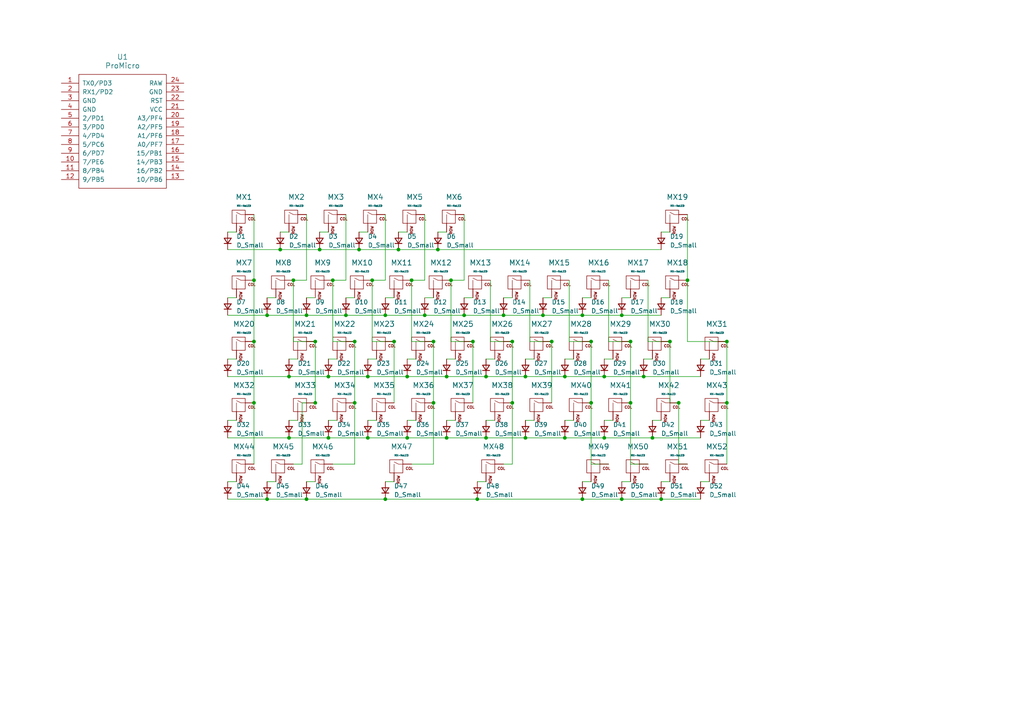
<source format=kicad_sch>
(kicad_sch (version 20231120) (generator "eeschema") (generator_version "8.0")
  (paper "A4")
  (lib_symbols
    (symbol "Device:D_Small" (pin_numbers hide) (pin_names (offset 0.254) hide)
      (property "Reference" "D" (at -1.27 2.032 0))
      (property "Value" "D_Small" (at -3.81 -2.032 0))
      (symbol "D_Small_0_1"
        (polyline (pts (xy -0.762 -1.016) (xy -0.762 1.016)) (stroke (width 0.254)))
        (polyline (pts (xy -0.762 0) (xy 0.762 0)))
        (polyline (pts (xy 0.762 -1.016) (xy -0.762 0) (xy 0.762 1.016) (xy 0.762 -1.016)) (stroke (width 0.254)))
      )
      (symbol "D_Small_1_1"
        (pin passive line (at -2.54 0 0) (length 1.778) (name "K") (number "1"))
        (pin passive line (at 2.54 0 180) (length 1.778) (name "A") (number "2"))
      )
    )
    (symbol "MX_Alps_Hybrid:MX-NoLED" (pin_names (offset 1.016))
      (property "Reference" "MX" (at -0.635 3.81 0))
      (property "Value" "MX-NoLED" (at -0.635 1.27 0))
      (symbol "MX-NoLED_0_0"
        (rectangle (start -2.54 2.54) (end 1.27 -1.27))
        (polyline (pts (xy -1.27 -1.27) (xy -1.27 1.27)) (stroke (width 0.127)))
        (polyline (pts (xy 1.27 1.27) (xy 0 1.27) (xy -1.27 1.905)) (stroke (width 0.127)))
        (text "COL" (at 3.175 0 0) (effects (font (size 0.762 0.762))))
        (text "ROW" (at 0 -1.905 900) (effects (font (size 0.762 0.762)) (justify right)))
      )
      (symbol "MX-NoLED_1_1"
        (pin passive line (at 3.81 1.27 180) (length 2.54) (name "COL") (number "1"))
        (pin passive line (at -1.27 -3.81 90) (length 2.54) (name "ROW") (number "2"))
      )
    )
    (symbol "keebio:ProMicro" (pin_names (offset 1.016))
      (property "Reference" "U" (at 0 0 0))
      (property "Value" "ProMicro" (at 0 -19.05 0))
      (symbol "ProMicro_0_1"
        (rectangle (start -12.7 -16.51) (end 12.7 16.51))
      )
      (symbol "ProMicro_1_1"
        (pin input line (at -17.78 13.97 0) (length 5.08) (name "TX0/PD3") (number "1"))
        (pin input line (at -17.78 -8.89 0) (length 5.08) (name "7/PE6") (number "10"))
        (pin input line (at -17.78 -11.43 0) (length 5.08) (name "8/PB4") (number "11"))
        (pin input line (at -17.78 -13.97 0) (length 5.08) (name "9/PB5") (number "12"))
        (pin input line (at 17.78 -13.97 180) (length 5.08) (name "10/PB6") (number "13"))
        (pin input line (at 17.78 -11.43 180) (length 5.08) (name "16/PB2") (number "14"))
        (pin input line (at 17.78 -8.89 180) (length 5.08) (name "14/PB3") (number "15"))
        (pin input line (at 17.78 -6.35 180) (length 5.08) (name "15/PB1") (number "16"))
        (pin input line (at 17.78 -3.81 180) (length 5.08) (name "A0/PF7") (number "17"))
        (pin input line (at 17.78 -1.27 180) (length 5.08) (name "A1/PF6") (number "18"))
        (pin input line (at 17.78 1.27 180) (length 5.08) (name "A2/PF5") (number "19"))
        (pin input line (at -17.78 11.43 0) (length 5.08) (name "RX1/PD2") (number "2"))
        (pin input line (at 17.78 3.81 180) (length 5.08) (name "A3/PF4") (number "20"))
        (pin input line (at 17.78 6.35 180) (length 5.08) (name "VCC") (number "21"))
        (pin input line (at 17.78 8.89 180) (length 5.08) (name "RST") (number "22"))
        (pin input line (at 17.78 11.43 180) (length 5.08) (name "GND") (number "23"))
        (pin input line (at 17.78 13.97 180) (length 5.08) (name "RAW") (number "24"))
        (pin input line (at -17.78 8.89 0) (length 5.08) (name "GND") (number "3"))
        (pin input line (at -17.78 6.35 0) (length 5.08) (name "GND") (number "4"))
        (pin input line (at -17.78 3.81 0) (length 5.08) (name "2/PD1") (number "5"))
        (pin input line (at -17.78 1.27 0) (length 5.08) (name "3/PD0") (number "6"))
        (pin input line (at -17.78 -1.27 0) (length 5.08) (name "4/PD4") (number "7"))
        (pin input line (at -17.78 -3.81 0) (length 5.08) (name "5/PC6") (number "8"))
        (pin input line (at -17.78 -6.35 0) (length 5.08) (name "6/PD7") (number "9"))
      )
    )
  )
  (junction (at 152.4 109.22))
  (junction (at 182.88 99.06))
  (junction (at 88.9 91.44))
  (junction (at 83.82 109.22))
  (junction (at 106.68 109.22))
  (junction (at 107.95 81.28))
  (junction (at 73.66 99.06))
  (junction (at 130.81 81.28))
  (junction (at 102.87 99.06))
  (junction (at 106.68 127))
  (junction (at 160.02 99.06))
  (junction (at 199.39 81.28))
  (junction (at 118.11 109.22))
  (junction (at 171.45 99.06))
  (junction (at 119.38 81.28))
  (junction (at 88.9 144.78))
  (junction (at 73.66 116.84))
  (junction (at 137.16 99.06))
  (junction (at 123.19 91.44))
  (junction (at 111.76 91.44))
  (junction (at 125.73 116.84))
  (junction (at 163.83 127))
  (junction (at 194.31 99.06))
  (junction (at 96.52 81.28))
  (junction (at 180.34 91.44))
  (junction (at 182.88 116.84))
  (junction (at 77.47 91.44))
  (junction (at 146.05 91.44))
  (junction (at 129.54 127))
  (junction (at 115.57 72.39))
  (junction (at 163.83 109.22))
  (junction (at 171.45 116.84))
  (junction (at 77.47 144.78))
  (junction (at 95.25 127))
  (junction (at 138.43 144.78))
  (junction (at 168.91 144.78))
  (junction (at 127 72.39))
  (junction (at 175.26 127))
  (junction (at 102.87 116.84))
  (junction (at 175.26 109.22))
  (junction (at 73.66 81.28))
  (junction (at 134.62 91.44))
  (junction (at 83.82 127))
  (junction (at 92.71 72.39))
  (junction (at 152.4 127))
  (junction (at 81.28 72.39))
  (junction (at 125.73 99.06))
  (junction (at 100.33 91.44))
  (junction (at 148.59 99.06))
  (junction (at 140.97 127))
  (junction (at 91.44 116.84))
  (junction (at 210.82 99.06))
  (junction (at 168.91 91.44))
  (junction (at 210.82 116.84))
  (junction (at 85.09 81.28))
  (junction (at 118.11 127))
  (junction (at 104.14 72.39))
  (junction (at 180.34 144.78))
  (junction (at 95.25 109.22))
  (junction (at 191.77 144.78))
  (junction (at 140.97 109.22))
  (junction (at 157.48 91.44))
  (junction (at 196.85 116.84))
  (junction (at 114.3 99.06))
  (junction (at 111.76 144.78))
  (junction (at 189.23 127))
  (junction (at 186.69 109.22))
  (junction (at 148.59 116.84))
  (junction (at 91.44 99.06))
  (junction (at 129.54 109.22))
  (wire (pts (xy 123.19 62.23) (xy 123.19 81.28)))
  (wire (pts (xy 196.85 116.84) (xy 196.85 134.62)))
  (wire (pts (xy 77.47 91.44) (xy 88.9 91.44)))
  (wire (pts (xy 102.87 99.06) (xy 102.87 116.84)))
  (wire (pts (xy 81.28 67.31) (xy 83.82 67.31)))
  (wire (pts (xy 77.47 86.36) (xy 80.01 86.36)))
  (wire (pts (xy 153.67 99.06) (xy 160.02 99.06)))
  (wire (pts (xy 100.33 86.36) (xy 102.87 86.36)))
  (wire (pts (xy 191.77 144.78) (xy 203.2 144.78)))
  (wire (pts (xy 106.68 104.14) (xy 109.22 104.14)))
  (wire (pts (xy 148.59 134.62) (xy 146.05 134.62)))
  (wire (pts (xy 114.3 99.06) (xy 114.3 116.84)))
  (wire (pts (xy 196.85 134.62) (xy 199.39 134.62)))
  (wire (pts (xy 66.04 104.14) (xy 68.58 104.14)))
  (wire (pts (xy 92.71 72.39) (xy 104.14 72.39)))
  (wire (pts (xy 152.4 109.22) (xy 163.83 109.22)))
  (wire (pts (xy 171.45 134.62) (xy 176.53 134.62)))
  (wire (pts (xy 186.69 109.22) (xy 203.2 109.22)))
  (wire (pts (xy 210.82 99.06) (xy 199.39 99.06)))
  (wire (pts (xy 153.67 81.28) (xy 153.67 99.06)))
  (wire (pts (xy 106.68 127) (xy 118.11 127)))
  (wire (pts (xy 175.26 104.14) (xy 177.8 104.14)))
  (wire (pts (xy 148.59 99.06) (xy 148.59 116.84)))
  (wire (pts (xy 171.45 99.06) (xy 171.45 116.84)))
  (wire (pts (xy 163.83 127) (xy 175.26 127)))
  (wire (pts (xy 87.63 116.84) (xy 91.44 116.84)))
  (wire (pts (xy 130.81 81.28) (xy 130.81 99.06)))
  (wire (pts (xy 115.57 67.31) (xy 118.11 67.31)))
  (wire (pts (xy 88.9 139.7) (xy 91.44 139.7)))
  (wire (pts (xy 88.9 144.78) (xy 111.76 144.78)))
  (wire (pts (xy 111.76 81.28) (xy 107.95 81.28)))
  (wire (pts (xy 100.33 91.44) (xy 111.76 91.44)))
  (wire (pts (xy 130.81 99.06) (xy 137.16 99.06)))
  (wire (pts (xy 66.04 121.92) (xy 68.58 121.92)))
  (wire (pts (xy 176.53 99.06) (xy 182.88 99.06)))
  (wire (pts (xy 134.62 86.36) (xy 137.16 86.36)))
  (wire (pts (xy 152.4 104.14) (xy 154.94 104.14)))
  (wire (pts (xy 129.54 104.14) (xy 132.08 104.14)))
  (wire (pts (xy 88.9 81.28) (xy 85.09 81.28)))
  (wire (pts (xy 203.2 139.7) (xy 205.74 139.7)))
  (wire (pts (xy 187.96 99.06) (xy 194.31 99.06)))
  (wire (pts (xy 127 67.31) (xy 129.54 67.31)))
  (wire (pts (xy 138.43 144.78) (xy 168.91 144.78)))
  (wire (pts (xy 96.52 81.28) (xy 96.52 99.06)))
  (wire (pts (xy 115.57 72.39) (xy 127 72.39)))
  (wire (pts (xy 134.62 81.28) (xy 130.81 81.28)))
  (wire (pts (xy 142.24 99.06) (xy 148.59 99.06)))
  (wire (pts (xy 142.24 81.28) (xy 142.24 99.06)))
  (wire (pts (xy 140.97 121.92) (xy 143.51 121.92)))
  (wire (pts (xy 191.77 139.7) (xy 194.31 139.7)))
  (wire (pts (xy 182.88 99.06) (xy 182.88 116.84)))
  (wire (pts (xy 171.45 116.84) (xy 171.45 134.62)))
  (wire (pts (xy 66.04 139.7) (xy 68.58 139.7)))
  (wire (pts (xy 104.14 67.31) (xy 106.68 67.31)))
  (wire (pts (xy 106.68 121.92) (xy 109.22 121.92)))
  (wire (pts (xy 180.34 91.44) (xy 191.77 91.44)))
  (wire (pts (xy 186.69 104.14) (xy 189.23 104.14)))
  (wire (pts (xy 152.4 121.92) (xy 154.94 121.92)))
  (wire (pts (xy 125.73 99.06) (xy 125.73 116.84)))
  (wire (pts (xy 123.19 81.28) (xy 119.38 81.28)))
  (wire (pts (xy 73.66 62.23) (xy 73.66 81.28)))
  (wire (pts (xy 165.1 99.06) (xy 171.45 99.06)))
  (wire (pts (xy 66.04 109.22) (xy 83.82 109.22)))
  (wire (pts (xy 180.34 144.78) (xy 191.77 144.78)))
  (wire (pts (xy 160.02 99.06) (xy 160.02 116.84)))
  (wire (pts (xy 66.04 67.31) (xy 68.58 67.31)))
  (wire (pts (xy 95.25 109.22) (xy 106.68 109.22)))
  (wire (pts (xy 118.11 109.22) (xy 129.54 109.22)))
  (wire (pts (xy 157.48 91.44) (xy 168.91 91.44)))
  (wire (pts (xy 95.25 104.14) (xy 97.79 104.14)))
  (wire (pts (xy 66.04 72.39) (xy 81.28 72.39)))
  (wire (pts (xy 111.76 144.78) (xy 138.43 144.78)))
  (wire (pts (xy 111.76 62.23) (xy 111.76 81.28)))
  (wire (pts (xy 203.2 104.14) (xy 205.74 104.14)))
  (wire (pts (xy 180.34 86.36) (xy 182.88 86.36)))
  (wire (pts (xy 176.53 81.28) (xy 176.53 99.06)))
  (wire (pts (xy 148.59 116.84) (xy 148.59 134.62)))
  (wire (pts (xy 91.44 99.06) (xy 91.44 116.84)))
  (wire (pts (xy 83.82 121.92) (xy 86.36 121.92)))
  (wire (pts (xy 88.9 62.23) (xy 88.9 81.28)))
  (wire (pts (xy 157.48 86.36) (xy 160.02 86.36)))
  (wire (pts (xy 87.63 134.62) (xy 85.09 134.62)))
  (wire (pts (xy 191.77 86.36) (xy 194.31 86.36)))
  (wire (pts (xy 129.54 109.22) (xy 140.97 109.22)))
  (wire (pts (xy 210.82 99.06) (xy 210.82 116.84)))
  (wire (pts (xy 189.23 121.92) (xy 191.77 121.92)))
  (wire (pts (xy 96.52 99.06) (xy 102.87 99.06)))
  (wire (pts (xy 83.82 127) (xy 95.25 127)))
  (wire (pts (xy 146.05 86.36) (xy 148.59 86.36)))
  (wire (pts (xy 85.09 99.06) (xy 91.44 99.06)))
  (wire (pts (xy 138.43 139.7) (xy 140.97 139.7)))
  (wire (pts (xy 88.9 91.44) (xy 100.33 91.44)))
  (wire (pts (xy 127 72.39) (xy 191.77 72.39)))
  (wire (pts (xy 194.31 116.84) (xy 196.85 116.84)))
  (wire (pts (xy 104.14 72.39) (xy 115.57 72.39)))
  (wire (pts (xy 66.04 127) (xy 83.82 127)))
  (wire (pts (xy 106.68 109.22) (xy 118.11 109.22)))
  (wire (pts (xy 95.25 127) (xy 106.68 127)))
  (wire (pts (xy 95.25 121.92) (xy 97.79 121.92)))
  (wire (pts (xy 111.76 139.7) (xy 114.3 139.7)))
  (wire (pts (xy 87.63 116.84) (xy 87.63 134.62)))
  (wire (pts (xy 168.91 91.44) (xy 180.34 91.44)))
  (wire (pts (xy 81.28 72.39) (xy 92.71 72.39)))
  (wire (pts (xy 88.9 86.36) (xy 91.44 86.36)))
  (wire (pts (xy 134.62 91.44) (xy 146.05 91.44)))
  (wire (pts (xy 182.88 134.62) (xy 187.96 134.62)))
  (wire (pts (xy 182.88 116.84) (xy 182.88 134.62)))
  (wire (pts (xy 83.82 109.22) (xy 95.25 109.22)))
  (wire (pts (xy 175.26 127) (xy 189.23 127)))
  (wire (pts (xy 92.71 67.31) (xy 95.25 67.31)))
  (wire (pts (xy 66.04 144.78) (xy 77.47 144.78)))
  (wire (pts (xy 168.91 139.7) (xy 171.45 139.7)))
  (wire (pts (xy 168.91 144.78) (xy 180.34 144.78)))
  (wire (pts (xy 119.38 81.28) (xy 119.38 99.06)))
  (wire (pts (xy 163.83 109.22) (xy 175.26 109.22)))
  (wire (pts (xy 140.97 109.22) (xy 152.4 109.22)))
  (wire (pts (xy 180.34 139.7) (xy 182.88 139.7)))
  (wire (pts (xy 66.04 91.44) (xy 77.47 91.44)))
  (wire (pts (xy 73.66 116.84) (xy 73.66 134.62)))
  (wire (pts (xy 119.38 99.06) (xy 125.73 99.06)))
  (wire (pts (xy 125.73 116.84) (xy 125.73 134.62)))
  (wire (pts (xy 100.33 81.28) (xy 96.52 81.28)))
  (wire (pts (xy 189.23 127) (xy 203.2 127)))
  (wire (pts (xy 102.87 116.84) (xy 102.87 134.62)))
  (wire (pts (xy 111.76 91.44) (xy 123.19 91.44)))
  (wire (pts (xy 199.39 99.06) (xy 199.39 81.28)))
  (wire (pts (xy 199.39 62.23) (xy 199.39 81.28)))
  (wire (pts (xy 140.97 104.14) (xy 143.51 104.14)))
  (wire (pts (xy 107.95 99.06) (xy 114.3 99.06)))
  (wire (pts (xy 163.83 121.92) (xy 166.37 121.92)))
  (wire (pts (xy 118.11 127) (xy 129.54 127)))
  (wire (pts (xy 125.73 134.62) (xy 119.38 134.62)))
  (wire (pts (xy 102.87 134.62) (xy 96.52 134.62)))
  (wire (pts (xy 210.82 116.84) (xy 210.82 134.62)))
  (wire (pts (xy 123.19 91.44) (xy 134.62 91.44)))
  (wire (pts (xy 163.83 104.14) (xy 166.37 104.14)))
  (wire (pts (xy 123.19 86.36) (xy 125.73 86.36)))
  (wire (pts (xy 129.54 121.92) (xy 132.08 121.92)))
  (wire (pts (xy 168.91 86.36) (xy 171.45 86.36)))
  (wire (pts (xy 165.1 81.28) (xy 165.1 99.06)))
  (wire (pts (xy 83.82 104.14) (xy 86.36 104.14)))
  (wire (pts (xy 146.05 91.44) (xy 157.48 91.44)))
  (wire (pts (xy 134.62 62.23) (xy 134.62 81.28)))
  (wire (pts (xy 140.97 127) (xy 152.4 127)))
  (wire (pts (xy 175.26 109.22) (xy 186.69 109.22)))
  (wire (pts (xy 111.76 86.36) (xy 114.3 86.36)))
  (wire (pts (xy 66.04 86.36) (xy 68.58 86.36)))
  (wire (pts (xy 85.09 81.28) (xy 85.09 99.06)))
  (wire (pts (xy 77.47 139.7) (xy 80.01 139.7)))
  (wire (pts (xy 73.66 99.06) (xy 73.66 116.84)))
  (wire (pts (xy 118.11 121.92) (xy 120.65 121.92)))
  (wire (pts (xy 203.2 121.92) (xy 205.74 121.92)))
  (wire (pts (xy 194.31 99.06) (xy 194.31 116.84)))
  (wire (pts (xy 175.26 121.92) (xy 177.8 121.92)))
  (wire (pts (xy 73.66 81.28) (xy 73.66 99.06)))
  (wire (pts (xy 187.96 81.28) (xy 187.96 99.06)))
  (wire (pts (xy 77.47 144.78) (xy 88.9 144.78)))
  (wire (pts (xy 191.77 67.31) (xy 194.31 67.31)))
  (wire (pts (xy 152.4 127) (xy 163.83 127)))
  (wire (pts (xy 107.95 81.28) (xy 107.95 99.06)))
  (wire (pts (xy 100.33 62.23) (xy 100.33 81.28)))
  (wire (pts (xy 137.16 99.06) (xy 137.16 116.84)))
  (wire (pts (xy 129.54 127) (xy 140.97 127)))
  (wire (pts (xy 118.11 104.14) (xy 120.65 104.14)))
  (symbol (lib_id "MX_Alps_Hybrid:MX-NoLED") (at 69.85 118.11 0) (unit 1)
    (property "Reference" "MX32" (at 70.7452 111.76 0) (effects (font (size 1.524 1.524))))
    (property "Value" "MX-NoLED" (at 70.7452 114.3 0) (effects (font (size 0.508 0.508))))
  )
  (symbol (lib_id "MX_Alps_Hybrid:MX-NoLED") (at 104.14 82.55 0) (unit 1)
    (property "Reference" "MX10" (at 105.0352 76.2 0) (effects (font (size 1.524 1.524))))
    (property "Value" "MX-NoLED" (at 105.0352 78.74 0) (effects (font (size 0.508 0.508))))
  )
  (symbol (lib_id "Device:D_Small") (at 175.26 124.46 90) (unit 1)
    (property "Reference" "D41" (at 177.8 123.1899 90) (effects (justify right)))
    (property "Value" "D_Small" (at 177.8 125.7299 90) (effects (justify right)))
    (property "Description" "Diode, small symbol" (effects (hide yes)))
    (property "Sim.Device" "D" (effects (hide yes)))
    (property "Sim.Pins" "1=K 2=A" (effects (hide yes)))
  )
  (symbol (lib_id "Device:D_Small") (at 191.77 69.85 90) (unit 1)
    (property "Reference" "D19" (at 194.31 68.5799 90) (effects (justify right)))
    (property "Value" "D_Small" (at 194.31 71.1199 90) (effects (justify right)))
    (property "Description" "Diode, small symbol" (effects (hide yes)))
    (property "Sim.Device" "D" (effects (hide yes)))
    (property "Sim.Pins" "1=K 2=A" (effects (hide yes)))
  )
  (symbol (lib_id "MX_Alps_Hybrid:MX-NoLED") (at 115.57 82.55 0) (unit 1)
    (property "Reference" "MX11" (at 116.4652 76.2 0) (effects (font (size 1.524 1.524))))
    (property "Value" "MX-NoLED" (at 116.4652 78.74 0) (effects (font (size 0.508 0.508))))
  )
  (symbol (lib_id "Device:D_Small") (at 104.14 69.85 90) (unit 1)
    (property "Reference" "D4" (at 106.68 68.5799 90) (effects (justify right)))
    (property "Value" "D_Small" (at 106.68 71.1199 90) (effects (justify right)))
    (property "Description" "Diode, small symbol" (effects (hide yes)))
    (property "Sim.Device" "D" (effects (hide yes)))
    (property "Sim.Pins" "1=K 2=A" (effects (hide yes)))
  )
  (symbol (lib_id "MX_Alps_Hybrid:MX-NoLED") (at 149.86 82.55 0) (unit 1)
    (property "Reference" "MX14" (at 150.7552 76.2 0) (effects (font (size 1.524 1.524))))
    (property "Value" "MX-NoLED" (at 150.7552 78.74 0) (effects (font (size 0.508 0.508))))
  )
  (symbol (lib_id "Device:D_Small") (at 88.9 142.24 90) (unit 1)
    (property "Reference" "D46" (at 91.44 140.9699 90) (effects (justify right)))
    (property "Value" "D_Small" (at 91.44 143.5099 90) (effects (justify right)))
    (property "Description" "Diode, small symbol" (effects (hide yes)))
    (property "Sim.Device" "D" (effects (hide yes)))
    (property "Sim.Pins" "1=K 2=A" (effects (hide yes)))
  )
  (symbol (lib_id "MX_Alps_Hybrid:MX-NoLED") (at 179.07 100.33 0) (unit 1)
    (property "Reference" "MX29" (at 179.9652 93.98 0) (effects (font (size 1.524 1.524))))
    (property "Value" "MX-NoLED" (at 179.9652 96.52 0) (effects (font (size 0.508 0.508))))
  )
  (symbol (lib_id "Device:D_Small") (at 88.9 88.9 90) (unit 1)
    (property "Reference" "D9" (at 91.44 87.6299 90) (effects (justify right)))
    (property "Value" "D_Small" (at 91.44 90.1699 90) (effects (justify right)))
    (property "Description" "Diode, small symbol" (effects (hide yes)))
    (property "Sim.Device" "D" (effects (hide yes)))
    (property "Sim.Pins" "1=K 2=A" (effects (hide yes)))
  )
  (symbol (lib_id "Device:D_Small") (at 66.04 142.24 90) (unit 1)
    (property "Reference" "D44" (at 68.58 140.9699 90) (effects (justify right)))
    (property "Value" "D_Small" (at 68.58 143.5099 90) (effects (justify right)))
    (property "Description" "Diode, small symbol" (effects (hide yes)))
    (property "Sim.Device" "D" (effects (hide yes)))
    (property "Sim.Pins" "1=K 2=A" (effects (hide yes)))
  )
  (symbol (lib_id "MX_Alps_Hybrid:MX-NoLED") (at 69.85 63.5 0) (unit 1)
    (property "Reference" "MX1" (at 70.7452 57.15 0) (effects (font (size 1.524 1.524))))
    (property "Value" "MX-NoLED" (at 70.7452 59.69 0) (effects (font (size 0.508 0.508))))
  )
  (symbol (lib_id "MX_Alps_Hybrid:MX-NoLED") (at 121.92 100.33 0) (unit 1)
    (property "Reference" "MX24" (at 122.8152 93.98 0) (effects (font (size 1.524 1.524))))
    (property "Value" "MX-NoLED" (at 122.8152 96.52 0) (effects (font (size 0.508 0.508))))
  )
  (symbol (lib_id "Device:D_Small") (at 163.83 106.68 90) (unit 1)
    (property "Reference" "D28" (at 166.37 105.4099 90) (effects (justify right)))
    (property "Value" "D_Small" (at 166.37 107.9499 90) (effects (justify right)))
    (property "Description" "Diode, small symbol" (effects (hide yes)))
    (property "Sim.Device" "D" (effects (hide yes)))
    (property "Sim.Pins" "1=K 2=A" (effects (hide yes)))
  )
  (symbol (lib_id "MX_Alps_Hybrid:MX-NoLED") (at 107.95 63.5 0) (unit 1)
    (property "Reference" "MX4" (at 108.8452 57.15 0) (effects (font (size 1.524 1.524))))
    (property "Value" "MX-NoLED" (at 108.8452 59.69 0) (effects (font (size 0.508 0.508))))
  )
  (symbol (lib_id "MX_Alps_Hybrid:MX-NoLED") (at 133.35 100.33 0) (unit 1)
    (property "Reference" "MX25" (at 134.2452 93.98 0) (effects (font (size 1.524 1.524))))
    (property "Value" "MX-NoLED" (at 134.2452 96.52 0) (effects (font (size 0.508 0.508))))
  )
  (symbol (lib_id "MX_Alps_Hybrid:MX-NoLED") (at 99.06 118.11 0) (unit 1)
    (property "Reference" "MX34" (at 99.9552 111.76 0) (effects (font (size 1.524 1.524))))
    (property "Value" "MX-NoLED" (at 99.9552 114.3 0) (effects (font (size 0.508 0.508))))
  )
  (symbol (lib_id "Device:D_Small") (at 129.54 124.46 90) (unit 1)
    (property "Reference" "D37" (at 132.08 123.1899 90) (effects (justify right)))
    (property "Value" "D_Small" (at 132.08 125.7299 90) (effects (justify right)))
    (property "Description" "Diode, small symbol" (effects (hide yes)))
    (property "Sim.Device" "D" (effects (hide yes)))
    (property "Sim.Pins" "1=K 2=A" (effects (hide yes)))
  )
  (symbol (lib_id "MX_Alps_Hybrid:MX-NoLED") (at 179.07 118.11 0) (unit 1)
    (property "Reference" "MX41" (at 179.9652 111.76 0) (effects (font (size 1.524 1.524))))
    (property "Value" "MX-NoLED" (at 179.9652 114.3 0) (effects (font (size 0.508 0.508))))
  )
  (symbol (lib_id "MX_Alps_Hybrid:MX-NoLED") (at 87.63 100.33 0) (unit 1)
    (property "Reference" "MX21" (at 88.5252 93.98 0) (effects (font (size 1.524 1.524))))
    (property "Value" "MX-NoLED" (at 88.5252 96.52 0) (effects (font (size 0.508 0.508))))
  )
  (symbol (lib_id "MX_Alps_Hybrid:MX-NoLED") (at 207.01 135.89 0) (unit 1)
    (property "Reference" "MX52" (at 207.9052 129.54 0) (effects (font (size 1.524 1.524))))
    (property "Value" "MX-NoLED" (at 207.9052 132.08 0) (effects (font (size 0.508 0.508))))
  )
  (symbol (lib_id "Device:D_Small") (at 163.83 124.46 90) (unit 1)
    (property "Reference" "D40" (at 166.37 123.1899 90) (effects (justify right)))
    (property "Value" "D_Small" (at 166.37 125.7299 90) (effects (justify right)))
    (property "Description" "Diode, small symbol" (effects (hide yes)))
    (property "Sim.Device" "D" (effects (hide yes)))
    (property "Sim.Pins" "1=K 2=A" (effects (hide yes)))
  )
  (symbol (lib_id "MX_Alps_Hybrid:MX-NoLED") (at 69.85 82.55 0) (unit 1)
    (property "Reference" "MX7" (at 70.7452 76.2 0) (effects (font (size 1.524 1.524))))
    (property "Value" "MX-NoLED" (at 70.7452 78.74 0) (effects (font (size 0.508 0.508))))
  )
  (symbol (lib_id "MX_Alps_Hybrid:MX-NoLED") (at 99.06 100.33 0) (unit 1)
    (property "Reference" "MX22" (at 99.9552 93.98 0) (effects (font (size 1.524 1.524))))
    (property "Value" "MX-NoLED" (at 99.9552 96.52 0) (effects (font (size 0.508 0.508))))
  )
  (symbol (lib_id "Device:D_Small") (at 186.69 106.68 90) (unit 1)
    (property "Reference" "D30" (at 189.23 105.4099 90) (effects (justify right)))
    (property "Value" "D_Small" (at 189.23 107.9499 90) (effects (justify right)))
    (property "Description" "Diode, small symbol" (effects (hide yes)))
    (property "Sim.Device" "D" (effects (hide yes)))
    (property "Sim.Pins" "1=K 2=A" (effects (hide yes)))
  )
  (symbol (lib_id "Device:D_Small") (at 127 69.85 90) (unit 1)
    (property "Reference" "D6" (at 129.54 68.5799 90) (effects (justify right)))
    (property "Value" "D_Small" (at 129.54 71.1199 90) (effects (justify right)))
    (property "Description" "Diode, small symbol" (effects (hide yes)))
    (property "Sim.Device" "D" (effects (hide yes)))
    (property "Sim.Pins" "1=K 2=A" (effects (hide yes)))
  )
  (symbol (lib_id "Device:D_Small") (at 191.77 88.9 90) (unit 1)
    (property "Reference" "D18" (at 194.31 87.6299 90) (effects (justify right)))
    (property "Value" "D_Small" (at 194.31 90.1699 90) (effects (justify right)))
    (property "Description" "Diode, small symbol" (effects (hide yes)))
    (property "Sim.Device" "D" (effects (hide yes)))
    (property "Sim.Pins" "1=K 2=A" (effects (hide yes)))
  )
  (symbol (lib_id "MX_Alps_Hybrid:MX-NoLED") (at 144.78 100.33 0) (unit 1)
    (property "Reference" "MX26" (at 145.6752 93.98 0) (effects (font (size 1.524 1.524))))
    (property "Value" "MX-NoLED" (at 145.6752 96.52 0) (effects (font (size 0.508 0.508))))
  )
  (symbol (lib_id "MX_Alps_Hybrid:MX-NoLED") (at 156.21 100.33 0) (unit 1)
    (property "Reference" "MX27" (at 157.1052 93.98 0) (effects (font (size 1.524 1.524))))
    (property "Value" "MX-NoLED" (at 157.1052 96.52 0) (effects (font (size 0.508 0.508))))
  )
  (symbol (lib_id "Device:D_Small") (at 66.04 69.85 90) (unit 1)
    (property "Reference" "D1" (at 68.58 68.5799 90) (effects (justify right)))
    (property "Value" "D_Small" (at 68.58 71.1199 90) (effects (justify right)))
    (property "Description" "Diode, small symbol" (effects (hide yes)))
    (property "Sim.Device" "D" (effects (hide yes)))
    (property "Sim.Pins" "1=K 2=A" (effects (hide yes)))
  )
  (symbol (lib_id "Device:D_Small") (at 83.82 106.68 90) (unit 1)
    (property "Reference" "D21" (at 86.36 105.4099 90) (effects (justify right)))
    (property "Value" "D_Small" (at 86.36 107.9499 90) (effects (justify right)))
    (property "Description" "Diode, small symbol" (effects (hide yes)))
    (property "Sim.Device" "D" (effects (hide yes)))
    (property "Sim.Pins" "1=K 2=A" (effects (hide yes)))
  )
  (symbol (lib_id "MX_Alps_Hybrid:MX-NoLED") (at 87.63 118.11 0) (unit 1)
    (property "Reference" "MX33" (at 88.5252 111.76 0) (effects (font (size 1.524 1.524))))
    (property "Value" "MX-NoLED" (at 88.5252 114.3 0) (effects (font (size 0.508 0.508))))
  )
  (symbol (lib_id "Device:D_Small") (at 157.48 88.9 90) (unit 1)
    (property "Reference" "D15" (at 160.02 87.6299 90) (effects (justify right)))
    (property "Value" "D_Small" (at 160.02 90.1699 90) (effects (justify right)))
    (property "Description" "Diode, small symbol" (effects (hide yes)))
    (property "Sim.Device" "D" (effects (hide yes)))
    (property "Sim.Pins" "1=K 2=A" (effects (hide yes)))
  )
  (symbol (lib_id "Device:D_Small") (at 66.04 88.9 90) (unit 1)
    (property "Reference" "D7" (at 68.58 87.6299 90) (effects (justify right)))
    (property "Value" "D_Small" (at 68.58 90.1699 90) (effects (justify right)))
    (property "Description" "Diode, small symbol" (effects (hide yes)))
    (property "Sim.Device" "D" (effects (hide yes)))
    (property "Sim.Pins" "1=K 2=A" (effects (hide yes)))
  )
  (symbol (lib_id "MX_Alps_Hybrid:MX-NoLED") (at 207.01 100.33 0) (unit 1)
    (property "Reference" "MX31" (at 207.9052 93.98 0) (effects (font (size 1.524 1.524))))
    (property "Value" "MX-NoLED" (at 207.9052 96.52 0) (effects (font (size 0.508 0.508))))
  )
  (symbol (lib_id "Device:D_Small") (at 203.2 124.46 90) (unit 1)
    (property "Reference" "D43" (at 205.74 123.1899 90) (effects (justify right)))
    (property "Value" "D_Small" (at 205.74 125.7299 90) (effects (justify right)))
    (property "Description" "Diode, small symbol" (effects (hide yes)))
    (property "Sim.Device" "D" (effects (hide yes)))
    (property "Sim.Pins" "1=K 2=A" (effects (hide yes)))
  )
  (symbol (lib_id "Device:D_Small") (at 81.28 69.85 90) (unit 1)
    (property "Reference" "D2" (at 83.82 68.5799 90) (effects (justify right)))
    (property "Value" "D_Small" (at 83.82 71.1199 90) (effects (justify right)))
    (property "Description" "Diode, small symbol" (effects (hide yes)))
    (property "Sim.Device" "D" (effects (hide yes)))
    (property "Sim.Pins" "1=K 2=A" (effects (hide yes)))
  )
  (symbol (lib_id "Device:D_Small") (at 111.76 88.9 90) (unit 1)
    (property "Reference" "D11" (at 114.3 87.6299 90) (effects (justify right)))
    (property "Value" "D_Small" (at 114.3 90.1699 90) (effects (justify right)))
    (property "Description" "Diode, small symbol" (effects (hide yes)))
    (property "Sim.Device" "D" (effects (hide yes)))
    (property "Sim.Pins" "1=K 2=A" (effects (hide yes)))
  )
  (symbol (lib_id "MX_Alps_Hybrid:MX-NoLED") (at 190.5 100.33 0) (unit 1)
    (property "Reference" "MX30" (at 191.3952 93.98 0) (effects (font (size 1.524 1.524))))
    (property "Value" "MX-NoLED" (at 191.3952 96.52 0) (effects (font (size 0.508 0.508))))
  )
  (symbol (lib_id "Device:D_Small") (at 191.77 142.24 90) (unit 1)
    (property "Reference" "D51" (at 194.31 140.9699 90) (effects (justify right)))
    (property "Value" "D_Small" (at 194.31 143.5099 90) (effects (justify right)))
    (property "Description" "Diode, small symbol" (effects (hide yes)))
    (property "Sim.Device" "D" (effects (hide yes)))
    (property "Sim.Pins" "1=K 2=A" (effects (hide yes)))
  )
  (symbol (lib_id "MX_Alps_Hybrid:MX-NoLED") (at 195.58 135.89 0) (unit 1)
    (property "Reference" "MX51" (at 196.4752 129.54 0) (effects (font (size 1.524 1.524))))
    (property "Value" "MX-NoLED" (at 196.4752 132.08 0) (effects (font (size 0.508 0.508))))
  )
  (symbol (lib_id "Device:D_Small") (at 111.76 142.24 90) (unit 1)
    (property "Reference" "D47" (at 114.3 140.9699 90) (effects (justify right)))
    (property "Value" "D_Small" (at 114.3 143.5099 90) (effects (justify right)))
    (property "Description" "Diode, small symbol" (effects (hide yes)))
    (property "Sim.Device" "D" (effects (hide yes)))
    (property "Sim.Pins" "1=K 2=A" (effects (hide yes)))
  )
  (symbol (lib_id "Device:D_Small") (at 203.2 142.24 90) (unit 1)
    (property "Reference" "D52" (at 205.74 140.9699 90) (effects (justify right)))
    (property "Value" "D_Small" (at 205.74 143.5099 90) (effects (justify right)))
    (property "Description" "Diode, small symbol" (effects (hide yes)))
    (property "Sim.Device" "D" (effects (hide yes)))
    (property "Sim.Pins" "1=K 2=A" (effects (hide yes)))
  )
  (symbol (lib_id "Device:D_Small") (at 134.62 88.9 90) (unit 1)
    (property "Reference" "D13" (at 137.16 87.6299 90) (effects (justify right)))
    (property "Value" "D_Small" (at 137.16 90.1699 90) (effects (justify right)))
    (property "Description" "Diode, small symbol" (effects (hide yes)))
    (property "Sim.Device" "D" (effects (hide yes)))
    (property "Sim.Pins" "1=K 2=A" (effects (hide yes)))
  )
  (symbol (lib_id "Device:D_Small") (at 168.91 88.9 90) (unit 1)
    (property "Reference" "D16" (at 171.45 87.6299 90) (effects (justify right)))
    (property "Value" "D_Small" (at 171.45 90.1699 90) (effects (justify right)))
    (property "Description" "Diode, small symbol" (effects (hide yes)))
    (property "Sim.Device" "D" (effects (hide yes)))
    (property "Sim.Pins" "1=K 2=A" (effects (hide yes)))
  )
  (symbol (lib_id "keebio:ProMicro") (at 35.56 38.1 0) (unit 1)
    (property "Reference" "U1" (at 35.56 16.51 0) (effects (font (size 1.524 1.524))))
    (property "Value" "ProMicro" (at 35.56 19.05 0) (effects (font (size 1.524 1.524))))
  )
  (symbol (lib_id "MX_Alps_Hybrid:MX-NoLED") (at 69.85 100.33 0) (unit 1)
    (property "Reference" "MX20" (at 70.7452 93.98 0) (effects (font (size 1.524 1.524))))
    (property "Value" "MX-NoLED" (at 70.7452 96.52 0) (effects (font (size 0.508 0.508))))
  )
  (symbol (lib_id "Device:D_Small") (at 92.71 69.85 90) (unit 1)
    (property "Reference" "D3" (at 95.25 68.5799 90) (effects (justify right)))
    (property "Value" "D_Small" (at 95.25 71.1199 90) (effects (justify right)))
    (property "Description" "Diode, small symbol" (effects (hide yes)))
    (property "Sim.Device" "D" (effects (hide yes)))
    (property "Sim.Pins" "1=K 2=A" (effects (hide yes)))
  )
  (symbol (lib_id "MX_Alps_Hybrid:MX-NoLED") (at 172.72 82.55 0) (unit 1)
    (property "Reference" "MX16" (at 173.6152 76.2 0) (effects (font (size 1.524 1.524))))
    (property "Value" "MX-NoLED" (at 173.6152 78.74 0) (effects (font (size 0.508 0.508))))
  )
  (symbol (lib_id "MX_Alps_Hybrid:MX-NoLED") (at 110.49 118.11 0) (unit 1)
    (property "Reference" "MX35" (at 111.3852 111.76 0) (effects (font (size 1.524 1.524))))
    (property "Value" "MX-NoLED" (at 111.3852 114.3 0) (effects (font (size 0.508 0.508))))
  )
  (symbol (lib_id "Device:D_Small") (at 180.34 88.9 90) (unit 1)
    (property "Reference" "D17" (at 182.88 87.6299 90) (effects (justify right)))
    (property "Value" "D_Small" (at 182.88 90.1699 90) (effects (justify right)))
    (property "Description" "Diode, small symbol" (effects (hide yes)))
    (property "Sim.Device" "D" (effects (hide yes)))
    (property "Sim.Pins" "1=K 2=A" (effects (hide yes)))
  )
  (symbol (lib_id "MX_Alps_Hybrid:MX-NoLED") (at 138.43 82.55 0) (unit 1)
    (property "Reference" "MX13" (at 139.3252 76.2 0) (effects (font (size 1.524 1.524))))
    (property "Value" "MX-NoLED" (at 139.3252 78.74 0) (effects (font (size 0.508 0.508))))
  )
  (symbol (lib_id "MX_Alps_Hybrid:MX-NoLED") (at 144.78 118.11 0) (unit 1)
    (property "Reference" "MX38" (at 145.6752 111.76 0) (effects (font (size 1.524 1.524))))
    (property "Value" "MX-NoLED" (at 145.6752 114.3 0) (effects (font (size 0.508 0.508))))
  )
  (symbol (lib_id "Device:D_Small") (at 77.47 88.9 90) (unit 1)
    (property "Reference" "D8" (at 80.01 87.6299 90) (effects (justify right)))
    (property "Value" "D_Small" (at 80.01 90.1699 90) (effects (justify right)))
    (property "Description" "Diode, small symbol" (effects (hide yes)))
    (property "Sim.Device" "D" (effects (hide yes)))
    (property "Sim.Pins" "1=K 2=A" (effects (hide yes)))
  )
  (symbol (lib_id "Device:D_Small") (at 106.68 124.46 90) (unit 1)
    (property "Reference" "D35" (at 109.22 123.1899 90) (effects (justify right)))
    (property "Value" "D_Small" (at 109.22 125.7299 90) (effects (justify right)))
    (property "Description" "Diode, small symbol" (effects (hide yes)))
    (property "Sim.Device" "D" (effects (hide yes)))
    (property "Sim.Pins" "1=K 2=A" (effects (hide yes)))
  )
  (symbol (lib_id "Device:D_Small") (at 175.26 106.68 90) (unit 1)
    (property "Reference" "D29" (at 177.8 105.4099 90) (effects (justify right)))
    (property "Value" "D_Small" (at 177.8 107.9499 90) (effects (justify right)))
    (property "Description" "Diode, small symbol" (effects (hide yes)))
    (property "Sim.Device" "D" (effects (hide yes)))
    (property "Sim.Pins" "1=K 2=A" (effects (hide yes)))
  )
  (symbol (lib_id "Device:D_Small") (at 66.04 106.68 90) (unit 1)
    (property "Reference" "D20" (at 68.58 105.4099 90) (effects (justify right)))
    (property "Value" "D_Small" (at 68.58 107.9499 90) (effects (justify right)))
    (property "Description" "Diode, small symbol" (effects (hide yes)))
    (property "Sim.Device" "D" (effects (hide yes)))
    (property "Sim.Pins" "1=K 2=A" (effects (hide yes)))
  )
  (symbol (lib_id "MX_Alps_Hybrid:MX-NoLED") (at 133.35 118.11 0) (unit 1)
    (property "Reference" "MX37" (at 134.2452 111.76 0) (effects (font (size 1.524 1.524))))
    (property "Value" "MX-NoLED" (at 134.2452 114.3 0) (effects (font (size 0.508 0.508))))
  )
  (symbol (lib_id "MX_Alps_Hybrid:MX-NoLED") (at 96.52 63.5 0) (unit 1)
    (property "Reference" "MX3" (at 97.4152 57.15 0) (effects (font (size 1.524 1.524))))
    (property "Value" "MX-NoLED" (at 97.4152 59.69 0) (effects (font (size 0.508 0.508))))
  )
  (symbol (lib_id "MX_Alps_Hybrid:MX-NoLED") (at 195.58 82.55 0) (unit 1)
    (property "Reference" "MX18" (at 196.4752 76.2 0) (effects (font (size 1.524 1.524))))
    (property "Value" "MX-NoLED" (at 196.4752 78.74 0) (effects (font (size 0.508 0.508))))
  )
  (symbol (lib_id "MX_Alps_Hybrid:MX-NoLED") (at 156.21 118.11 0) (unit 1)
    (property "Reference" "MX39" (at 157.1052 111.76 0) (effects (font (size 1.524 1.524))))
    (property "Value" "MX-NoLED" (at 157.1052 114.3 0) (effects (font (size 0.508 0.508))))
  )
  (symbol (lib_id "Device:D_Small") (at 203.2 106.68 90) (unit 1)
    (property "Reference" "D31" (at 205.74 105.4099 90) (effects (justify right)))
    (property "Value" "D_Small" (at 205.74 107.9499 90) (effects (justify right)))
    (property "Description" "Diode, small symbol" (effects (hide yes)))
    (property "Sim.Device" "D" (effects (hide yes)))
    (property "Sim.Pins" "1=K 2=A" (effects (hide yes)))
  )
  (symbol (lib_id "MX_Alps_Hybrid:MX-NoLED") (at 142.24 135.89 0) (unit 1)
    (property "Reference" "MX48" (at 143.1352 129.54 0) (effects (font (size 1.524 1.524))))
    (property "Value" "MX-NoLED" (at 143.1352 132.08 0) (effects (font (size 0.508 0.508))))
  )
  (symbol (lib_id "MX_Alps_Hybrid:MX-NoLED") (at 127 82.55 0) (unit 1)
    (property "Reference" "MX12" (at 127.8952 76.2 0) (effects (font (size 1.524 1.524))))
    (property "Value" "MX-NoLED" (at 127.8952 78.74 0) (effects (font (size 0.508 0.508))))
  )
  (symbol (lib_id "Device:D_Small") (at 129.54 106.68 90) (unit 1)
    (property "Reference" "D25" (at 132.08 105.4099 90) (effects (justify right)))
    (property "Value" "D_Small" (at 132.08 107.9499 90) (effects (justify right)))
    (property "Description" "Diode, small symbol" (effects (hide yes)))
    (property "Sim.Device" "D" (effects (hide yes)))
    (property "Sim.Pins" "1=K 2=A" (effects (hide yes)))
  )
  (symbol (lib_id "Device:D_Small") (at 138.43 142.24 90) (unit 1)
    (property "Reference" "D48" (at 140.97 140.9699 90) (effects (justify right)))
    (property "Value" "D_Small" (at 140.97 143.5099 90) (effects (justify right)))
    (property "Description" "Diode, small symbol" (effects (hide yes)))
    (property "Sim.Device" "D" (effects (hide yes)))
    (property "Sim.Pins" "1=K 2=A" (effects (hide yes)))
  )
  (symbol (lib_id "MX_Alps_Hybrid:MX-NoLED") (at 85.09 63.5 0) (unit 1)
    (property "Reference" "MX2" (at 85.9852 57.15 0) (effects (font (size 1.524 1.524))))
    (property "Value" "MX-NoLED" (at 85.9852 59.69 0) (effects (font (size 0.508 0.508))))
  )
  (symbol (lib_id "MX_Alps_Hybrid:MX-NoLED") (at 81.28 82.55 0) (unit 1)
    (property "Reference" "MX8" (at 82.1752 76.2 0) (effects (font (size 1.524 1.524))))
    (property "Value" "MX-NoLED" (at 82.1752 78.74 0) (effects (font (size 0.508 0.508))))
  )
  (symbol (lib_id "Device:D_Small") (at 77.47 142.24 90) (unit 1)
    (property "Reference" "D45" (at 80.01 140.9699 90) (effects (justify right)))
    (property "Value" "D_Small" (at 80.01 143.5099 90) (effects (justify right)))
    (property "Description" "Diode, small symbol" (effects (hide yes)))
    (property "Sim.Device" "D" (effects (hide yes)))
    (property "Sim.Pins" "1=K 2=A" (effects (hide yes)))
  )
  (symbol (lib_id "MX_Alps_Hybrid:MX-NoLED") (at 193.04 118.11 0) (unit 1)
    (property "Reference" "MX42" (at 193.9352 111.76 0) (effects (font (size 1.524 1.524))))
    (property "Value" "MX-NoLED" (at 193.9352 114.3 0) (effects (font (size 0.508 0.508))))
  )
  (symbol (lib_id "MX_Alps_Hybrid:MX-NoLED") (at 115.57 135.89 0) (unit 1)
    (property "Reference" "MX47" (at 116.4652 129.54 0) (effects (font (size 1.524 1.524))))
    (property "Value" "MX-NoLED" (at 116.4652 132.08 0) (effects (font (size 0.508 0.508))))
  )
  (symbol (lib_id "MX_Alps_Hybrid:MX-NoLED") (at 121.92 118.11 0) (unit 1)
    (property "Reference" "MX36" (at 122.8152 111.76 0) (effects (font (size 1.524 1.524))))
    (property "Value" "MX-NoLED" (at 122.8152 114.3 0) (effects (font (size 0.508 0.508))))
  )
  (symbol (lib_id "Device:D_Small") (at 95.25 124.46 90) (unit 1)
    (property "Reference" "D34" (at 97.79 123.1899 90) (effects (justify right)))
    (property "Value" "D_Small" (at 97.79 125.7299 90) (effects (justify right)))
    (property "Description" "Diode, small symbol" (effects (hide yes)))
    (property "Sim.Device" "D" (effects (hide yes)))
    (property "Sim.Pins" "1=K 2=A" (effects (hide yes)))
  )
  (symbol (lib_id "MX_Alps_Hybrid:MX-NoLED") (at 207.01 118.11 0) (unit 1)
    (property "Reference" "MX43" (at 207.9052 111.76 0) (effects (font (size 1.524 1.524))))
    (property "Value" "MX-NoLED" (at 207.9052 114.3 0) (effects (font (size 0.508 0.508))))
  )
  (symbol (lib_id "Device:D_Small") (at 118.11 106.68 90) (unit 1)
    (property "Reference" "D24" (at 120.65 105.4099 90) (effects (justify right)))
    (property "Value" "D_Small" (at 120.65 107.9499 90) (effects (justify right)))
    (property "Description" "Diode, small symbol" (effects (hide yes)))
    (property "Sim.Device" "D" (effects (hide yes)))
    (property "Sim.Pins" "1=K 2=A" (effects (hide yes)))
  )
  (symbol (lib_id "Device:D_Small") (at 152.4 106.68 90) (unit 1)
    (property "Reference" "D27" (at 154.94 105.4099 90) (effects (justify right)))
    (property "Value" "D_Small" (at 154.94 107.9499 90) (effects (justify right)))
    (property "Description" "Diode, small symbol" (effects (hide yes)))
    (property "Sim.Device" "D" (effects (hide yes)))
    (property "Sim.Pins" "1=K 2=A" (effects (hide yes)))
  )
  (symbol (lib_id "Device:D_Small") (at 83.82 124.46 90) (unit 1)
    (property "Reference" "D33" (at 86.36 123.1899 90) (effects (justify right)))
    (property "Value" "D_Small" (at 86.36 125.7299 90) (effects (justify right)))
    (property "Description" "Diode, small symbol" (effects (hide yes)))
    (property "Sim.Device" "D" (effects (hide yes)))
    (property "Sim.Pins" "1=K 2=A" (effects (hide yes)))
  )
  (symbol (lib_id "MX_Alps_Hybrid:MX-NoLED") (at 130.81 63.5 0) (unit 1)
    (property "Reference" "MX6" (at 131.7052 57.15 0) (effects (font (size 1.524 1.524))))
    (property "Value" "MX-NoLED" (at 131.7052 59.69 0) (effects (font (size 0.508 0.508))))
  )
  (symbol (lib_id "Device:D_Small") (at 123.19 88.9 90) (unit 1)
    (property "Reference" "D12" (at 125.73 87.6299 90) (effects (justify right)))
    (property "Value" "D_Small" (at 125.73 90.1699 90) (effects (justify right)))
    (property "Description" "Diode, small symbol" (effects (hide yes)))
    (property "Sim.Device" "D" (effects (hide yes)))
    (property "Sim.Pins" "1=K 2=A" (effects (hide yes)))
  )
  (symbol (lib_id "Device:D_Small") (at 146.05 88.9 90) (unit 1)
    (property "Reference" "D14" (at 148.59 87.6299 90) (effects (justify right)))
    (property "Value" "D_Small" (at 148.59 90.1699 90) (effects (justify right)))
    (property "Description" "Diode, small symbol" (effects (hide yes)))
    (property "Sim.Device" "D" (effects (hide yes)))
    (property "Sim.Pins" "1=K 2=A" (effects (hide yes)))
  )
  (symbol (lib_id "MX_Alps_Hybrid:MX-NoLED") (at 92.71 82.55 0) (unit 1)
    (property "Reference" "MX9" (at 93.6052 76.2 0) (effects (font (size 1.524 1.524))))
    (property "Value" "MX-NoLED" (at 93.6052 78.74 0) (effects (font (size 0.508 0.508))))
  )
  (symbol (lib_id "Device:D_Small") (at 140.97 124.46 90) (unit 1)
    (property "Reference" "D38" (at 143.51 123.1899 90) (effects (justify right)))
    (property "Value" "D_Small" (at 143.51 125.7299 90) (effects (justify right)))
    (property "Description" "Diode, small symbol" (effects (hide yes)))
    (property "Sim.Device" "D" (effects (hide yes)))
    (property "Sim.Pins" "1=K 2=A" (effects (hide yes)))
  )
  (symbol (lib_id "Device:D_Small") (at 180.34 142.24 90) (unit 1)
    (property "Reference" "D50" (at 182.88 140.9699 90) (effects (justify right)))
    (property "Value" "D_Small" (at 182.88 143.5099 90) (effects (justify right)))
    (property "Description" "Diode, small symbol" (effects (hide yes)))
    (property "Sim.Device" "D" (effects (hide yes)))
    (property "Sim.Pins" "1=K 2=A" (effects (hide yes)))
  )
  (symbol (lib_id "MX_Alps_Hybrid:MX-NoLED") (at 81.28 135.89 0) (unit 1)
    (property "Reference" "MX45" (at 82.1752 129.54 0) (effects (font (size 1.524 1.524))))
    (property "Value" "MX-NoLED" (at 82.1752 132.08 0) (effects (font (size 0.508 0.508))))
  )
  (symbol (lib_id "MX_Alps_Hybrid:MX-NoLED") (at 167.64 100.33 0) (unit 1)
    (property "Reference" "MX28" (at 168.5352 93.98 0) (effects (font (size 1.524 1.524))))
    (property "Value" "MX-NoLED" (at 168.5352 96.52 0) (effects (font (size 0.508 0.508))))
  )
  (symbol (lib_id "MX_Alps_Hybrid:MX-NoLED") (at 172.72 135.89 0) (unit 1)
    (property "Reference" "MX49" (at 173.6152 129.54 0) (effects (font (size 1.524 1.524))))
    (property "Value" "MX-NoLED" (at 173.6152 132.08 0) (effects (font (size 0.508 0.508))))
  )
  (symbol (lib_id "MX_Alps_Hybrid:MX-NoLED") (at 195.58 63.5 0) (unit 1)
    (property "Reference" "MX19" (at 196.4752 57.15 0) (effects (font (size 1.524 1.524))))
    (property "Value" "MX-NoLED" (at 196.4752 59.69 0) (effects (font (size 0.508 0.508))))
  )
  (symbol (lib_id "MX_Alps_Hybrid:MX-NoLED") (at 184.15 82.55 0) (unit 1)
    (property "Reference" "MX17" (at 185.0452 76.2 0) (effects (font (size 1.524 1.524))))
    (property "Value" "MX-NoLED" (at 185.0452 78.74 0) (effects (font (size 0.508 0.508))))
  )
  (symbol (lib_id "Device:D_Small") (at 152.4 124.46 90) (unit 1)
    (property "Reference" "D39" (at 154.94 123.1899 90) (effects (justify right)))
    (property "Value" "D_Small" (at 154.94 125.7299 90) (effects (justify right)))
    (property "Description" "Diode, small symbol" (effects (hide yes)))
    (property "Sim.Device" "D" (effects (hide yes)))
    (property "Sim.Pins" "1=K 2=A" (effects (hide yes)))
  )
  (symbol (lib_id "Device:D_Small") (at 189.23 124.46 90) (unit 1)
    (property "Reference" "D42" (at 191.77 123.1899 90) (effects (justify right)))
    (property "Value" "D_Small" (at 191.77 125.7299 90) (effects (justify right)))
    (property "Description" "Diode, small symbol" (effects (hide yes)))
    (property "Sim.Device" "D" (effects (hide yes)))
    (property "Sim.Pins" "1=K 2=A" (effects (hide yes)))
  )
  (symbol (lib_id "MX_Alps_Hybrid:MX-NoLED") (at 184.15 135.89 0) (unit 1)
    (property "Reference" "MX50" (at 185.0452 129.54 0) (effects (font (size 1.524 1.524))))
    (property "Value" "MX-NoLED" (at 185.0452 132.08 0) (effects (font (size 0.508 0.508))))
  )
  (symbol (lib_id "MX_Alps_Hybrid:MX-NoLED") (at 69.85 135.89 0) (unit 1)
    (property "Reference" "MX44" (at 70.7452 129.54 0) (effects (font (size 1.524 1.524))))
    (property "Value" "MX-NoLED" (at 70.7452 132.08 0) (effects (font (size 0.508 0.508))))
  )
  (symbol (lib_id "Device:D_Small") (at 106.68 106.68 90) (unit 1)
    (property "Reference" "D23" (at 109.22 105.4099 90) (effects (justify right)))
    (property "Value" "D_Small" (at 109.22 107.9499 90) (effects (justify right)))
    (property "Description" "Diode, small symbol" (effects (hide yes)))
    (property "Sim.Device" "D" (effects (hide yes)))
    (property "Sim.Pins" "1=K 2=A" (effects (hide yes)))
  )
  (symbol (lib_id "MX_Alps_Hybrid:MX-NoLED") (at 119.38 63.5 0) (unit 1)
    (property "Reference" "MX5" (at 120.2752 57.15 0) (effects (font (size 1.524 1.524))))
    (property "Value" "MX-NoLED" (at 120.2752 59.69 0) (effects (font (size 0.508 0.508))))
  )
  (symbol (lib_id "Device:D_Small") (at 115.57 69.85 90) (unit 1)
    (property "Reference" "D5" (at 118.11 68.5799 90) (effects (justify right)))
    (property "Value" "D_Small" (at 118.11 71.1199 90) (effects (justify right)))
    (property "Description" "Diode, small symbol" (effects (hide yes)))
    (property "Sim.Device" "D" (effects (hide yes)))
    (property "Sim.Pins" "1=K 2=A" (effects (hide yes)))
  )
  (symbol (lib_id "Device:D_Small") (at 100.33 88.9 90) (unit 1)
    (property "Reference" "D10" (at 102.87 87.6299 90) (effects (justify right)))
    (property "Value" "D_Small" (at 102.87 90.1699 90) (effects (justify right)))
    (property "Description" "Diode, small symbol" (effects (hide yes)))
    (property "Sim.Device" "D" (effects (hide yes)))
    (property "Sim.Pins" "1=K 2=A" (effects (hide yes)))
  )
  (symbol (lib_id "MX_Alps_Hybrid:MX-NoLED") (at 92.71 135.89 0) (unit 1)
    (property "Reference" "MX46" (at 93.6052 129.54 0) (effects (font (size 1.524 1.524))))
    (property "Value" "MX-NoLED" (at 93.6052 132.08 0) (effects (font (size 0.508 0.508))))
  )
  (symbol (lib_id "Device:D_Small") (at 118.11 124.46 90) (unit 1)
    (property "Reference" "D36" (at 120.65 123.1899 90) (effects (justify right)))
    (property "Value" "D_Small" (at 120.65 125.7299 90) (effects (justify right)))
    (property "Description" "Diode, small symbol" (effects (hide yes)))
    (property "Sim.Device" "D" (effects (hide yes)))
    (property "Sim.Pins" "1=K 2=A" (effects (hide yes)))
  )
  (symbol (lib_id "MX_Alps_Hybrid:MX-NoLED") (at 110.49 100.33 0) (unit 1)
    (property "Reference" "MX23" (at 111.3852 93.98 0) (effects (font (size 1.524 1.524))))
    (property "Value" "MX-NoLED" (at 111.3852 96.52 0) (effects (font (size 0.508 0.508))))
  )
  (symbol (lib_id "MX_Alps_Hybrid:MX-NoLED") (at 167.64 118.11 0) (unit 1)
    (property "Reference" "MX40" (at 168.5352 111.76 0) (effects (font (size 1.524 1.524))))
    (property "Value" "MX-NoLED" (at 168.5352 114.3 0) (effects (font (size 0.508 0.508))))
  )
  (symbol (lib_id "Device:D_Small") (at 66.04 124.46 90) (unit 1)
    (property "Reference" "D32" (at 68.58 123.1899 90) (effects (justify right)))
    (property "Value" "D_Small" (at 68.58 125.7299 90) (effects (justify right)))
    (property "Description" "Diode, small symbol" (effects (hide yes)))
    (property "Sim.Device" "D" (effects (hide yes)))
    (property "Sim.Pins" "1=K 2=A" (effects (hide yes)))
  )
  (symbol (lib_id "Device:D_Small") (at 168.91 142.24 90) (unit 1)
    (property "Reference" "D49" (at 171.45 140.9699 90) (effects (justify right)))
    (property "Value" "D_Small" (at 171.45 143.5099 90) (effects (justify right)))
    (property "Description" "Diode, small symbol" (effects (hide yes)))
    (property "Sim.Device" "D" (effects (hide yes)))
    (property "Sim.Pins" "1=K 2=A" (effects (hide yes)))
  )
  (symbol (lib_id "Device:D_Small") (at 95.25 106.68 90) (unit 1)
    (property "Reference" "D22" (at 97.79 105.4099 90) (effects (justify right)))
    (property "Value" "D_Small" (at 97.79 107.9499 90) (effects (justify right)))
    (property "Description" "Diode, small symbol" (effects (hide yes)))
    (property "Sim.Device" "D" (effects (hide yes)))
    (property "Sim.Pins" "1=K 2=A" (effects (hide yes)))
  )
  (symbol (lib_id "Device:D_Small") (at 140.97 106.68 90) (unit 1)
    (property "Reference" "D26" (at 143.51 105.4099 90) (effects (justify right)))
    (property "Value" "D_Small" (at 143.51 107.9499 90) (effects (justify right)))
    (property "Description" "Diode, small symbol" (effects (hide yes)))
    (property "Sim.Device" "D" (effects (hide yes)))
    (property "Sim.Pins" "1=K 2=A" (effects (hide yes)))
  )
  (symbol (lib_id "MX_Alps_Hybrid:MX-NoLED") (at 161.29 82.55 0) (unit 1)
    (property "Reference" "MX15" (at 162.1852 76.2 0) (effects (font (size 1.524 1.524))))
    (property "Value" "MX-NoLED" (at 162.1852 78.74 0) (effects (font (size 0.508 0.508))))
  )
)
</source>
